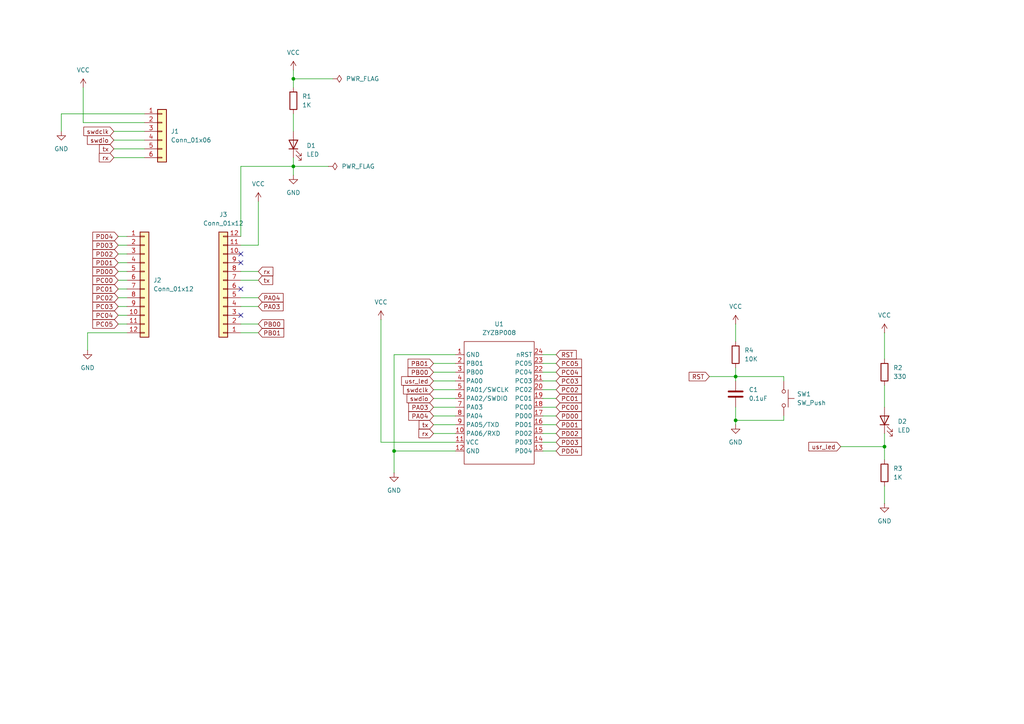
<source format=kicad_sch>
(kicad_sch (version 20231120) (generator "eeschema") (generator_version "8.0")
  (paper "A4")
  (lib_symbols
    (symbol "Connector_Generic:Conn_01x06" (pin_names (offset 1.016) hide)
      (property "Reference" "J" (at 0 7.62 0))
      (property "Value" "Conn_01x06" (at 0 -10.16 0))
      (symbol "Conn_01x06_1_1"
        (rectangle (start -1.27 -7.493) (end 0 -7.747) (stroke (width 0.1524)))
        (rectangle (start -1.27 -4.953) (end 0 -5.207) (stroke (width 0.1524)))
        (rectangle (start -1.27 -2.413) (end 0 -2.667) (stroke (width 0.1524)))
        (rectangle (start -1.27 0.127) (end 0 -0.127) (stroke (width 0.1524)))
        (rectangle (start -1.27 2.667) (end 0 2.413) (stroke (width 0.1524)))
        (rectangle (start -1.27 5.207) (end 0 4.953) (stroke (width 0.1524)))
        (rectangle (start -1.27 6.35) (end 1.27 -8.89) (stroke (width 0.254)) (fill (type background)))
        (pin passive line (at -5.08 5.08 0) (length 3.81) (name "Pin_1") (number "1"))
        (pin passive line (at -5.08 2.54 0) (length 3.81) (name "Pin_2") (number "2"))
        (pin passive line (at -5.08 0 0) (length 3.81) (name "Pin_3") (number "3"))
        (pin passive line (at -5.08 -2.54 0) (length 3.81) (name "Pin_4") (number "4"))
        (pin passive line (at -5.08 -5.08 0) (length 3.81) (name "Pin_5") (number "5"))
        (pin passive line (at -5.08 -7.62 0) (length 3.81) (name "Pin_6") (number "6"))
      )
    )
    (symbol "Connector_Generic:Conn_01x12" (pin_names (offset 1.016) hide)
      (property "Reference" "J" (at 0 15.24 0))
      (property "Value" "Conn_01x12" (at 0 -17.78 0))
      (symbol "Conn_01x12_1_1"
        (rectangle (start -1.27 -15.113) (end 0 -15.367) (stroke (width 0.1524)))
        (rectangle (start -1.27 -12.573) (end 0 -12.827) (stroke (width 0.1524)))
        (rectangle (start -1.27 -10.033) (end 0 -10.287) (stroke (width 0.1524)))
        (rectangle (start -1.27 -7.493) (end 0 -7.747) (stroke (width 0.1524)))
        (rectangle (start -1.27 -4.953) (end 0 -5.207) (stroke (width 0.1524)))
        (rectangle (start -1.27 -2.413) (end 0 -2.667) (stroke (width 0.1524)))
        (rectangle (start -1.27 0.127) (end 0 -0.127) (stroke (width 0.1524)))
        (rectangle (start -1.27 2.667) (end 0 2.413) (stroke (width 0.1524)))
        (rectangle (start -1.27 5.207) (end 0 4.953) (stroke (width 0.1524)))
        (rectangle (start -1.27 7.747) (end 0 7.493) (stroke (width 0.1524)))
        (rectangle (start -1.27 10.287) (end 0 10.033) (stroke (width 0.1524)))
        (rectangle (start -1.27 12.827) (end 0 12.573) (stroke (width 0.1524)))
        (rectangle (start -1.27 13.97) (end 1.27 -16.51) (stroke (width 0.254)) (fill (type background)))
        (pin passive line (at -5.08 12.7 0) (length 3.81) (name "Pin_1") (number "1"))
        (pin passive line (at -5.08 -10.16 0) (length 3.81) (name "Pin_10") (number "10"))
        (pin passive line (at -5.08 -12.7 0) (length 3.81) (name "Pin_11") (number "11"))
        (pin passive line (at -5.08 -15.24 0) (length 3.81) (name "Pin_12") (number "12"))
        (pin passive line (at -5.08 10.16 0) (length 3.81) (name "Pin_2") (number "2"))
        (pin passive line (at -5.08 7.62 0) (length 3.81) (name "Pin_3") (number "3"))
        (pin passive line (at -5.08 5.08 0) (length 3.81) (name "Pin_4") (number "4"))
        (pin passive line (at -5.08 2.54 0) (length 3.81) (name "Pin_5") (number "5"))
        (pin passive line (at -5.08 0 0) (length 3.81) (name "Pin_6") (number "6"))
        (pin passive line (at -5.08 -2.54 0) (length 3.81) (name "Pin_7") (number "7"))
        (pin passive line (at -5.08 -5.08 0) (length 3.81) (name "Pin_8") (number "8"))
        (pin passive line (at -5.08 -7.62 0) (length 3.81) (name "Pin_9") (number "9"))
      )
    )
    (symbol "Device:C" (pin_numbers hide) (pin_names (offset 0.254))
      (property "Reference" "C" (at 0.635 2.54 0))
      (property "Value" "C" (at 0.635 -2.54 0))
      (symbol "C_0_1"
        (polyline (pts (xy -2.032 -0.762) (xy 2.032 -0.762)) (stroke (width 0.508)))
        (polyline (pts (xy -2.032 0.762) (xy 2.032 0.762)) (stroke (width 0.508)))
      )
      (symbol "C_1_1"
        (pin passive line (at 0 3.81 270) (length 2.794) (name "~") (number "1"))
        (pin passive line (at 0 -3.81 90) (length 2.794) (name "~") (number "2"))
      )
    )
    (symbol "Device:LED" (pin_numbers hide) (pin_names (offset 1.016) hide)
      (property "Reference" "D" (at 0 2.54 0))
      (property "Value" "LED" (at 0 -2.54 0))
      (symbol "LED_0_1"
        (polyline (pts (xy -1.27 -1.27) (xy -1.27 1.27)) (stroke (width 0.254)))
        (polyline (pts (xy -1.27 0) (xy 1.27 0)))
        (polyline (pts (xy 1.27 -1.27) (xy 1.27 1.27) (xy -1.27 0) (xy 1.27 -1.27)) (stroke (width 0.254)))
        (polyline (pts (xy -3.048 -0.762) (xy -4.572 -2.286) (xy -3.81 -2.286) (xy -4.572 -2.286) (xy -4.572 -1.524)))
        (polyline (pts (xy -1.778 -0.762) (xy -3.302 -2.286) (xy -2.54 -2.286) (xy -3.302 -2.286) (xy -3.302 -1.524)))
      )
      (symbol "LED_1_1"
        (pin passive line (at -3.81 0 0) (length 2.54) (name "K") (number "1"))
        (pin passive line (at 3.81 0 180) (length 2.54) (name "A") (number "2"))
      )
    )
    (symbol "Device:R" (pin_numbers hide) (pin_names (offset 0))
      (property "Reference" "R" (at 2.032 0 90))
      (property "Value" "R" (at 0 0 90))
      (symbol "R_0_1"
        (rectangle (start -1.016 -2.54) (end 1.016 2.54) (stroke (width 0.254)))
      )
      (symbol "R_1_1"
        (pin passive line (at 0 3.81 270) (length 1.27) (name "~") (number "1"))
        (pin passive line (at 0 -3.81 90) (length 1.27) (name "~") (number "2"))
      )
    )
    (symbol "Switch:SW_Push" (pin_numbers hide) (pin_names (offset 1.016) hide)
      (property "Reference" "SW" (at 1.27 2.54 0))
      (property "Value" "SW_Push" (at 0 -1.524 0))
      (symbol "SW_Push_0_1"
        (circle (center -2.032 0) (radius 0.508))
        (polyline (pts (xy 0 1.27) (xy 0 3.048)))
        (polyline (pts (xy 2.54 1.27) (xy -2.54 1.27)))
        (circle (center 2.032 0) (radius 0.508))
        (pin passive line (at -5.08 0 0) (length 2.54) (name "1") (number "1"))
        (pin passive line (at 5.08 0 180) (length 2.54) (name "2") (number "2"))
      )
    )
    (symbol "local_library:ZYZBP008_module"
      (property "Reference" "U" (at 0 0 0))
      (property "Value" "ZYZBP008" (at 6.604 -22.352 0))
      (symbol "ZYZBP008_module_0_1"
        (rectangle (start -10.16 15.24) (end 10.16 -20.32))
      )
      (symbol "ZYZBP008_module_1_1"
        (pin power_in line (at -12.7 11.43 0) (length 2.54) (name "GND") (number "1"))
        (pin unspecified line (at -12.7 -11.43 0) (length 2.54) (name "PA06/RXD") (number "10"))
        (pin power_in line (at -12.7 -13.97 0) (length 2.54) (name "VCC") (number "11"))
        (pin power_in line (at -12.7 -16.51 0) (length 2.54) (name "GND") (number "12"))
        (pin unspecified line (at 12.7 -16.51 180) (length 2.54) (name "PD04") (number "13"))
        (pin unspecified line (at 12.7 -13.97 180) (length 2.54) (name "PD03") (number "14"))
        (pin unspecified line (at 12.7 -11.43 180) (length 2.54) (name "PD02") (number "15"))
        (pin unspecified line (at 12.7 -8.89 180) (length 2.54) (name "PD01") (number "16"))
        (pin unspecified line (at 12.7 -6.35 180) (length 2.54) (name "PD00") (number "17"))
        (pin unspecified line (at 12.7 -3.81 180) (length 2.54) (name "PC00") (number "18"))
        (pin unspecified line (at 12.7 -1.27 180) (length 2.54) (name "PC01") (number "19"))
        (pin unspecified line (at -12.7 8.89 0) (length 2.54) (name "PB01") (number "2"))
        (pin unspecified line (at 12.7 1.27 180) (length 2.54) (name "PC02") (number "20"))
        (pin unspecified line (at 12.7 3.81 180) (length 2.54) (name "PC03") (number "21"))
        (pin unspecified line (at 12.7 6.35 180) (length 2.54) (name "PC04") (number "22"))
        (pin unspecified line (at 12.7 8.89 180) (length 2.54) (name "PC05") (number "23"))
        (pin unspecified line (at 12.7 11.43 180) (length 2.54) (name "nRST") (number "24"))
        (pin unspecified line (at -12.7 6.35 0) (length 2.54) (name "PB00") (number "3"))
        (pin unspecified line (at -12.7 3.81 0) (length 2.54) (name "PA00") (number "4"))
        (pin unspecified line (at -12.7 1.27 0) (length 2.54) (name "PA01/SWCLK") (number "5"))
        (pin unspecified line (at -12.7 -1.27 0) (length 2.54) (name "PA02/SWDIO") (number "6"))
        (pin unspecified line (at -12.7 -3.81 0) (length 2.54) (name "PA03") (number "7"))
        (pin unspecified line (at -12.7 -6.35 0) (length 2.54) (name "PA04") (number "8"))
        (pin unspecified line (at -12.7 -8.89 0) (length 2.54) (name "PA05/TXD") (number "9"))
      )
    )
    (symbol "power:GND" (power) (pin_numbers hide) (pin_names (offset 0) hide)
      (property "Value" "GND" (at 0 -3.81 0))
      (symbol "GND_0_1"
        (polyline (pts (xy 0 0) (xy 0 -1.27) (xy 1.27 -1.27) (xy 0 -2.54) (xy -1.27 -1.27) (xy 0 -1.27)))
      )
      (symbol "GND_1_1"
        (pin power_in line (at 0 0 270) (length 0) (name "~") (number "1"))
      )
    )
    (symbol "power:PWR_FLAG" (power) (pin_numbers hide) (pin_names (offset 0) hide)
      (property "Value" "PWR_FLAG" (at 0 3.81 0))
      (symbol "PWR_FLAG_0_0"
        (pin power_out line (at 0 0 90) (length 0) (name "~") (number "1"))
      )
      (symbol "PWR_FLAG_0_1"
        (polyline (pts (xy 0 0) (xy 0 1.27) (xy -1.016 1.905) (xy 0 2.54) (xy 1.016 1.905) (xy 0 1.27)))
      )
    )
    (symbol "power:VCC" (power) (pin_numbers hide) (pin_names (offset 0) hide)
      (property "Value" "VCC" (at 0 3.556 0))
      (symbol "VCC_0_1"
        (polyline (pts (xy -0.762 1.27) (xy 0 2.54)))
        (polyline (pts (xy 0 0) (xy 0 2.54)))
        (polyline (pts (xy 0 2.54) (xy 0.762 1.27)))
      )
      (symbol "VCC_1_1"
        (pin power_in line (at 0 0 90) (length 0) (name "~") (number "1"))
      )
    )
  )
  (junction (at 114.3 130.81))
  (junction (at 256.54 129.54))
  (junction (at 213.36 109.22))
  (junction (at 213.36 121.92))
  (junction (at 85.09 48.26))
  (junction (at 85.09 22.86))
  (no_connect (at 69.85 83.82))
  (no_connect (at 69.85 91.44))
  (no_connect (at 69.85 73.66))
  (no_connect (at 69.85 76.2))
  (wire (pts (xy 33.02 43.18) (xy 41.91 43.18)))
  (wire (pts (xy 36.83 96.52) (xy 25.4 96.52)))
  (wire (pts (xy 157.48 105.41) (xy 161.29 105.41)))
  (wire (pts (xy 41.91 35.56) (xy 24.13 35.56)))
  (wire (pts (xy 256.54 125.73) (xy 256.54 129.54)))
  (wire (pts (xy 25.4 96.52) (xy 25.4 101.6)))
  (wire (pts (xy 24.13 35.56) (xy 24.13 25.4)))
  (wire (pts (xy 125.73 118.11) (xy 132.08 118.11)))
  (wire (pts (xy 41.91 33.02) (xy 17.78 33.02)))
  (wire (pts (xy 34.29 93.98) (xy 36.83 93.98)))
  (wire (pts (xy 213.36 106.68) (xy 213.36 109.22)))
  (wire (pts (xy 34.29 76.2) (xy 36.83 76.2)))
  (wire (pts (xy 69.85 71.12) (xy 74.93 71.12)))
  (wire (pts (xy 110.49 128.27) (xy 110.49 92.71)))
  (wire (pts (xy 157.48 123.19) (xy 161.29 123.19)))
  (wire (pts (xy 125.73 107.95) (xy 132.08 107.95)))
  (wire (pts (xy 85.09 20.32) (xy 85.09 22.86)))
  (wire (pts (xy 69.85 68.58) (xy 69.85 48.26)))
  (wire (pts (xy 125.73 115.57) (xy 132.08 115.57)))
  (wire (pts (xy 85.09 22.86) (xy 85.09 25.4)))
  (wire (pts (xy 157.48 115.57) (xy 161.29 115.57)))
  (wire (pts (xy 213.36 93.98) (xy 213.36 99.06)))
  (wire (pts (xy 125.73 125.73) (xy 132.08 125.73)))
  (wire (pts (xy 213.36 109.22) (xy 213.36 110.49)))
  (wire (pts (xy 33.02 38.1) (xy 41.91 38.1)))
  (wire (pts (xy 33.02 40.64) (xy 41.91 40.64)))
  (wire (pts (xy 69.85 81.28) (xy 74.93 81.28)))
  (wire (pts (xy 85.09 22.86) (xy 96.52 22.86)))
  (wire (pts (xy 69.85 78.74) (xy 74.93 78.74)))
  (wire (pts (xy 34.29 88.9) (xy 36.83 88.9)))
  (wire (pts (xy 85.09 48.26) (xy 85.09 50.8)))
  (wire (pts (xy 85.09 48.26) (xy 95.25 48.26)))
  (wire (pts (xy 34.29 91.44) (xy 36.83 91.44)))
  (wire (pts (xy 205.74 109.22) (xy 213.36 109.22)))
  (wire (pts (xy 157.48 128.27) (xy 161.29 128.27)))
  (wire (pts (xy 256.54 140.97) (xy 256.54 146.05)))
  (wire (pts (xy 85.09 45.72) (xy 85.09 48.26)))
  (wire (pts (xy 69.85 93.98) (xy 74.93 93.98)))
  (wire (pts (xy 69.85 86.36) (xy 74.93 86.36)))
  (wire (pts (xy 227.33 110.49) (xy 227.33 109.22)))
  (wire (pts (xy 125.73 105.41) (xy 132.08 105.41)))
  (wire (pts (xy 34.29 78.74) (xy 36.83 78.74)))
  (wire (pts (xy 114.3 102.87) (xy 132.08 102.87)))
  (wire (pts (xy 213.36 118.11) (xy 213.36 121.92)))
  (wire (pts (xy 34.29 86.36) (xy 36.83 86.36)))
  (wire (pts (xy 256.54 111.76) (xy 256.54 118.11)))
  (wire (pts (xy 33.02 45.72) (xy 41.91 45.72)))
  (wire (pts (xy 85.09 33.02) (xy 85.09 38.1)))
  (wire (pts (xy 157.48 113.03) (xy 161.29 113.03)))
  (wire (pts (xy 157.48 110.49) (xy 161.29 110.49)))
  (wire (pts (xy 34.29 81.28) (xy 36.83 81.28)))
  (wire (pts (xy 69.85 48.26) (xy 85.09 48.26)))
  (wire (pts (xy 157.48 102.87) (xy 161.29 102.87)))
  (wire (pts (xy 69.85 96.52) (xy 74.93 96.52)))
  (wire (pts (xy 256.54 96.52) (xy 256.54 104.14)))
  (wire (pts (xy 125.73 110.49) (xy 132.08 110.49)))
  (wire (pts (xy 227.33 120.65) (xy 227.33 121.92)))
  (wire (pts (xy 114.3 137.16) (xy 114.3 130.81)))
  (wire (pts (xy 125.73 120.65) (xy 132.08 120.65)))
  (wire (pts (xy 132.08 128.27) (xy 110.49 128.27)))
  (wire (pts (xy 157.48 120.65) (xy 161.29 120.65)))
  (wire (pts (xy 114.3 130.81) (xy 132.08 130.81)))
  (wire (pts (xy 74.93 71.12) (xy 74.93 58.42)))
  (wire (pts (xy 227.33 109.22) (xy 213.36 109.22)))
  (wire (pts (xy 256.54 129.54) (xy 256.54 133.35)))
  (wire (pts (xy 114.3 130.81) (xy 114.3 102.87)))
  (wire (pts (xy 157.48 130.81) (xy 161.29 130.81)))
  (wire (pts (xy 17.78 33.02) (xy 17.78 38.1)))
  (wire (pts (xy 34.29 68.58) (xy 36.83 68.58)))
  (wire (pts (xy 227.33 121.92) (xy 213.36 121.92)))
  (wire (pts (xy 125.73 123.19) (xy 132.08 123.19)))
  (wire (pts (xy 243.84 129.54) (xy 256.54 129.54)))
  (wire (pts (xy 213.36 121.92) (xy 213.36 123.19)))
  (wire (pts (xy 34.29 83.82) (xy 36.83 83.82)))
  (wire (pts (xy 34.29 73.66) (xy 36.83 73.66)))
  (wire (pts (xy 157.48 118.11) (xy 161.29 118.11)))
  (wire (pts (xy 125.73 113.03) (xy 132.08 113.03)))
  (wire (pts (xy 157.48 125.73) (xy 161.29 125.73)))
  (wire (pts (xy 34.29 71.12) (xy 36.83 71.12)))
  (wire (pts (xy 69.85 88.9) (xy 74.93 88.9)))
  (wire (pts (xy 157.48 107.95) (xy 161.29 107.95)))
  (global_label "PA03" (shape input) (at 125.73 118.11 180) (property "Intersheetrefs" "${INTERSHEET_REFS}" (effects (hide yes))))
  (global_label "PB01" (shape input) (at 125.73 105.41 180) (property "Intersheetrefs" "${INTERSHEET_REFS}" (effects (hide yes))))
  (global_label "usr_led" (shape input) (at 243.84 129.54 180) (property "Intersheetrefs" "${INTERSHEET_REFS}" (effects (hide yes))))
  (global_label "tx" (shape input) (at 33.02 43.18 180) (property "Intersheetrefs" "${INTERSHEET_REFS}" (effects (hide yes))))
  (global_label "PD01" (shape input) (at 34.29 76.2 180) (property "Intersheetrefs" "${INTERSHEET_REFS}" (effects (hide yes))))
  (global_label "rx" (shape input) (at 74.93 78.74 0) (property "Intersheetrefs" "${INTERSHEET_REFS}" (effects (hide yes))))
  (global_label "swdio" (shape input) (at 125.73 115.57 180) (property "Intersheetrefs" "${INTERSHEET_REFS}" (effects (hide yes))))
  (global_label "PD00" (shape input) (at 161.29 120.65 0) (property "Intersheetrefs" "${INTERSHEET_REFS}" (effects (hide yes))))
  (global_label "PD02" (shape input) (at 34.29 73.66 180) (property "Intersheetrefs" "${INTERSHEET_REFS}" (effects (hide yes))))
  (global_label "PC04" (shape input) (at 161.29 107.95 0) (property "Intersheetrefs" "${INTERSHEET_REFS}" (effects (hide yes))))
  (global_label "swdclk" (shape input) (at 33.02 38.1 180) (property "Intersheetrefs" "${INTERSHEET_REFS}" (effects (hide yes))))
  (global_label "PD03" (shape input) (at 161.29 128.27 0) (property "Intersheetrefs" "${INTERSHEET_REFS}" (effects (hide yes))))
  (global_label "PC02" (shape input) (at 34.29 86.36 180) (property "Intersheetrefs" "${INTERSHEET_REFS}" (effects (hide yes))))
  (global_label "PC02" (shape input) (at 161.29 113.03 0) (property "Intersheetrefs" "${INTERSHEET_REFS}" (effects (hide yes))))
  (global_label "PD04" (shape input) (at 161.29 130.81 0) (property "Intersheetrefs" "${INTERSHEET_REFS}" (effects (hide yes))))
  (global_label "PA04" (shape input) (at 74.93 86.36 0) (property "Intersheetrefs" "${INTERSHEET_REFS}" (effects (hide yes))))
  (global_label "PC03" (shape input) (at 34.29 88.9 180) (property "Intersheetrefs" "${INTERSHEET_REFS}" (effects (hide yes))))
  (global_label "PB00" (shape input) (at 74.93 93.98 0) (property "Intersheetrefs" "${INTERSHEET_REFS}" (effects (hide yes))))
  (global_label "PC00" (shape input) (at 34.29 81.28 180) (property "Intersheetrefs" "${INTERSHEET_REFS}" (effects (hide yes))))
  (global_label "swdclk" (shape input) (at 125.73 113.03 180) (property "Intersheetrefs" "${INTERSHEET_REFS}" (effects (hide yes))))
  (global_label "PD01" (shape input) (at 161.29 123.19 0) (property "Intersheetrefs" "${INTERSHEET_REFS}" (effects (hide yes))))
  (global_label "rx" (shape input) (at 33.02 45.72 180) (property "Intersheetrefs" "${INTERSHEET_REFS}" (effects (hide yes))))
  (global_label "rx" (shape input) (at 125.73 125.73 180) (property "Intersheetrefs" "${INTERSHEET_REFS}" (effects (hide yes))))
  (global_label "swdio" (shape input) (at 33.02 40.64 180) (property "Intersheetrefs" "${INTERSHEET_REFS}" (effects (hide yes))))
  (global_label "RST" (shape input) (at 205.74 109.22 180) (property "Intersheetrefs" "${INTERSHEET_REFS}" (effects (hide yes))))
  (global_label "usr_led" (shape input) (at 125.73 110.49 180) (property "Intersheetrefs" "${INTERSHEET_REFS}" (effects (hide yes))))
  (global_label "PD02" (shape input) (at 161.29 125.73 0) (property "Intersheetrefs" "${INTERSHEET_REFS}" (effects (hide yes))))
  (global_label "PC00" (shape input) (at 161.29 118.11 0) (property "Intersheetrefs" "${INTERSHEET_REFS}" (effects (hide yes))))
  (global_label "PA03" (shape input) (at 74.93 88.9 0) (property "Intersheetrefs" "${INTERSHEET_REFS}" (effects (hide yes))))
  (global_label "PC01" (shape input) (at 161.29 115.57 0) (property "Intersheetrefs" "${INTERSHEET_REFS}" (effects (hide yes))))
  (global_label "tx" (shape input) (at 125.73 123.19 180) (property "Intersheetrefs" "${INTERSHEET_REFS}" (effects (hide yes))))
  (global_label "PC03" (shape input) (at 161.29 110.49 0) (property "Intersheetrefs" "${INTERSHEET_REFS}" (effects (hide yes))))
  (global_label "PC04" (shape input) (at 34.29 91.44 180) (property "Intersheetrefs" "${INTERSHEET_REFS}" (effects (hide yes))))
  (global_label "PC05" (shape input) (at 34.29 93.98 180) (property "Intersheetrefs" "${INTERSHEET_REFS}" (effects (hide yes))))
  (global_label "RST" (shape input) (at 161.29 102.87 0) (property "Intersheetrefs" "${INTERSHEET_REFS}" (effects (hide yes))))
  (global_label "tx" (shape input) (at 74.93 81.28 0) (property "Intersheetrefs" "${INTERSHEET_REFS}" (effects (hide yes))))
  (global_label "PB01" (shape input) (at 74.93 96.52 0) (property "Intersheetrefs" "${INTERSHEET_REFS}" (effects (hide yes))))
  (global_label "PD03" (shape input) (at 34.29 71.12 180) (property "Intersheetrefs" "${INTERSHEET_REFS}" (effects (hide yes))))
  (global_label "PA04" (shape input) (at 125.73 120.65 180) (property "Intersheetrefs" "${INTERSHEET_REFS}" (effects (hide yes))))
  (global_label "PD04" (shape input) (at 34.29 68.58 180) (property "Intersheetrefs" "${INTERSHEET_REFS}" (effects (hide yes))))
  (global_label "PC05" (shape input) (at 161.29 105.41 0) (property "Intersheetrefs" "${INTERSHEET_REFS}" (effects (hide yes))))
  (global_label "PD00" (shape input) (at 34.29 78.74 180) (property "Intersheetrefs" "${INTERSHEET_REFS}" (effects (hide yes))))
  (global_label "PB00" (shape input) (at 125.73 107.95 180) (property "Intersheetrefs" "${INTERSHEET_REFS}" (effects (hide yes))))
  (global_label "PC01" (shape input) (at 34.29 83.82 180) (property "Intersheetrefs" "${INTERSHEET_REFS}" (effects (hide yes))))
  (symbol (lib_id "Connector_Generic:Conn_01x12") (at 41.91 81.28 0) (unit 1)
    (property "Reference" "J2" (at 44.45 81.2799 0) (effects (justify left)))
    (property "Value" "Conn_01x12" (at 44.45 83.8199 0) (effects (justify left)))
    (property "Footprint" "Connector_PinHeader_2.54mm:PinHeader_1x12_P2.54mm_Vertical" (effects (hide yes)))
    (property "Description" "Generic connector, single row, 01x12, script generated (kicad-library-utils/schlib/autogen/connector/)" (effects (hide yes)))
  )
  (symbol (lib_id "power:VCC") (at 24.13 25.4 0) (unit 1)
    (property "Reference" "#PWR02" (effects (hide yes)))
    (property "Value" "VCC" (at 24.13 20.32 0))
    (property "Description" "Power symbol creates a global label with name \"VCC\"" (effects (hide yes)))
  )
  (symbol (lib_id "power:GND") (at 25.4 101.6 0) (unit 1)
    (property "Reference" "#PWR05" (effects (hide yes)))
    (property "Value" "GND" (at 25.4 106.68 0))
    (property "Description" "Power symbol creates a global label with name \"GND\" , ground" (effects (hide yes)))
  )
  (symbol (lib_id "Device:R") (at 85.09 29.21 0) (unit 1)
    (property "Reference" "R1" (at 87.63 27.9399 0) (effects (justify left)))
    (property "Value" "1K" (at 87.63 30.4799 0) (effects (justify left)))
    (property "Footprint" "Resistor_SMD:R_0603_1608Metric_Pad0.98x0.95mm_HandSolder" (effects (hide yes)))
    (property "Description" "Resistor" (effects (hide yes)))
  )
  (symbol (lib_id "Connector_Generic:Conn_01x06") (at 46.99 38.1 0) (unit 1)
    (property "Reference" "J1" (at 49.53 38.0999 0) (effects (justify left)))
    (property "Value" "Conn_01x06" (at 49.53 40.6399 0) (effects (justify left)))
    (property "Footprint" "Connector_PinHeader_2.54mm:PinHeader_1x06_P2.54mm_Horizontal" (effects (hide yes)))
    (property "Description" "Generic connector, single row, 01x06, script generated (kicad-library-utils/schlib/autogen/connector/)" (effects (hide yes)))
  )
  (symbol (lib_id "power:GND") (at 213.36 123.19 0) (unit 1)
    (property "Reference" "#PWR09" (effects (hide yes)))
    (property "Value" "GND" (at 213.36 128.27 0))
    (property "Description" "Power symbol creates a global label with name \"GND\" , ground" (effects (hide yes)))
  )
  (symbol (lib_id "power:PWR_FLAG") (at 95.25 48.26 270) (unit 1)
    (property "Reference" "#FLG01" (effects (hide yes)))
    (property "Value" "PWR_FLAG" (at 99.06 48.2599 90) (effects (justify left)))
    (property "Description" "Special symbol for telling ERC where power comes from" (effects (hide yes)))
  )
  (symbol (lib_id "power:GND") (at 114.3 137.16 0) (unit 1)
    (property "Reference" "#PWR012" (effects (hide yes)))
    (property "Value" "GND" (at 114.3 142.24 0))
    (property "Description" "Power symbol creates a global label with name \"GND\" , ground" (effects (hide yes)))
  )
  (symbol (lib_id "Device:LED") (at 85.09 41.91 90) (unit 1)
    (property "Reference" "D1" (at 88.9 42.2274 90) (effects (justify right)))
    (property "Value" "LED" (at 88.9 44.7674 90) (effects (justify right)))
    (property "Footprint" "LED_SMD:LED_0603_1608Metric_Pad1.05x0.95mm_HandSolder" (effects (hide yes)))
    (property "Description" "Light emitting diode" (effects (hide yes)))
  )
  (symbol (lib_id "Device:R") (at 256.54 137.16 0) (unit 1)
    (property "Reference" "R3" (at 259.08 135.8899 0) (effects (justify left)))
    (property "Value" "1K" (at 259.08 138.4299 0) (effects (justify left)))
    (property "Footprint" "Resistor_SMD:R_0603_1608Metric_Pad0.98x0.95mm_HandSolder" (effects (hide yes)))
    (property "Description" "Resistor" (effects (hide yes)))
  )
  (symbol (lib_id "Device:R") (at 256.54 107.95 0) (unit 1)
    (property "Reference" "R2" (at 259.08 106.6799 0) (effects (justify left)))
    (property "Value" "330" (at 259.08 109.2199 0) (effects (justify left)))
    (property "Footprint" "Resistor_SMD:R_0603_1608Metric_Pad0.98x0.95mm_HandSolder" (effects (hide yes)))
    (property "Description" "Resistor" (effects (hide yes)))
  )
  (symbol (lib_id "Device:LED") (at 256.54 121.92 90) (unit 1)
    (property "Reference" "D2" (at 260.35 122.2374 90) (effects (justify right)))
    (property "Value" "LED" (at 260.35 124.7774 90) (effects (justify right)))
    (property "Footprint" "LED_SMD:LED_0603_1608Metric_Pad1.05x0.95mm_HandSolder" (effects (hide yes)))
    (property "Description" "Light emitting diode" (effects (hide yes)))
  )
  (symbol (lib_id "power:VCC") (at 85.09 20.32 0) (unit 1)
    (property "Reference" "#PWR03" (effects (hide yes)))
    (property "Value" "VCC" (at 85.09 15.24 0))
    (property "Description" "Power symbol creates a global label with name \"VCC\"" (effects (hide yes)))
  )
  (symbol (lib_id "Switch:SW_Push") (at 227.33 115.57 270) (unit 1)
    (property "Reference" "SW1" (at 231.14 114.2999 90) (effects (justify left)))
    (property "Value" "SW_Push" (at 231.14 116.8399 90) (effects (justify left)))
    (property "Footprint" "Button_Switch_SMD:SW_SPST_SKQG_WithoutStem" (effects (hide yes)))
    (property "Description" "Push button switch, generic, two pins" (effects (hide yes)))
  )
  (symbol (lib_id "power:GND") (at 256.54 146.05 0) (unit 1)
    (property "Reference" "#PWR08" (effects (hide yes)))
    (property "Value" "GND" (at 256.54 151.13 0))
    (property "Description" "Power symbol creates a global label with name \"GND\" , ground" (effects (hide yes)))
  )
  (symbol (lib_id "power:VCC") (at 110.49 92.71 0) (unit 1)
    (property "Reference" "#PWR011" (effects (hide yes)))
    (property "Value" "VCC" (at 110.49 87.63 0))
    (property "Description" "Power symbol creates a global label with name \"VCC\"" (effects (hide yes)))
  )
  (symbol (lib_id "local_library:ZYZBP008_module") (at 144.78 114.3 0) (unit 1)
    (property "Reference" "U1" (at 144.78 93.98 0))
    (property "Value" "ZYZBP008" (at 144.78 96.52 0))
    (property "Footprint" "local_Library:ZYZBP008_module" (effects (hide yes)))
  )
  (symbol (lib_id "power:GND") (at 17.78 38.1 0) (unit 1)
    (property "Reference" "#PWR01" (effects (hide yes)))
    (property "Value" "GND" (at 17.78 43.18 0))
    (property "Description" "Power symbol creates a global label with name \"GND\" , ground" (effects (hide yes)))
  )
  (symbol (lib_id "power:VCC") (at 256.54 96.52 0) (unit 1)
    (property "Reference" "#PWR07" (effects (hide yes)))
    (property "Value" "VCC" (at 256.54 91.44 0))
    (property "Description" "Power symbol creates a global label with name \"VCC\"" (effects (hide yes)))
  )
  (symbol (lib_id "power:PWR_FLAG") (at 96.52 22.86 270) (unit 1)
    (property "Reference" "#FLG02" (effects (hide yes)))
    (property "Value" "PWR_FLAG" (at 100.33 22.8599 90) (effects (justify left)))
    (property "Description" "Special symbol for telling ERC where power comes from" (effects (hide yes)))
  )
  (symbol (lib_id "power:VCC") (at 213.36 93.98 0) (unit 1)
    (property "Reference" "#PWR010" (effects (hide yes)))
    (property "Value" "VCC" (at 213.36 88.9 0))
    (property "Description" "Power symbol creates a global label with name \"VCC\"" (effects (hide yes)))
  )
  (symbol (lib_id "power:VCC") (at 74.93 58.42 0) (unit 1)
    (property "Reference" "#PWR06" (effects (hide yes)))
    (property "Value" "VCC" (at 74.93 53.34 0))
    (property "Description" "Power symbol creates a global label with name \"VCC\"" (effects (hide yes)))
  )
  (symbol (lib_id "Connector_Generic:Conn_01x12") (at 64.77 83.82 180) (unit 1)
    (property "Reference" "J3" (at 64.77 62.23 0))
    (property "Value" "Conn_01x12" (at 64.77 64.77 0))
    (property "Footprint" "Connector_PinHeader_2.54mm:PinHeader_1x12_P2.54mm_Vertical" (effects (hide yes)))
    (property "Description" "Generic connector, single row, 01x12, script generated (kicad-library-utils/schlib/autogen/connector/)" (effects (hide yes)))
  )
  (symbol (lib_id "power:GND") (at 85.09 50.8 0) (unit 1)
    (property "Reference" "#PWR04" (effects (hide yes)))
    (property "Value" "GND" (at 85.09 55.88 0))
    (property "Description" "Power symbol creates a global label with name \"GND\" , ground" (effects (hide yes)))
  )
  (symbol (lib_id "Device:R") (at 213.36 102.87 0) (unit 1)
    (property "Reference" "R4" (at 215.9 101.5999 0) (effects (justify left)))
    (property "Value" "10K" (at 215.9 104.1399 0) (effects (justify left)))
    (property "Footprint" "Resistor_SMD:R_0603_1608Metric_Pad0.98x0.95mm_HandSolder" (effects (hide yes)))
    (property "Description" "Resistor" (effects (hide yes)))
  )
  (symbol (lib_id "Device:C") (at 213.36 114.3 0) (unit 1)
    (property "Reference" "C1" (at 217.17 113.0299 0) (effects (justify left)))
    (property "Value" "0.1uF" (at 217.17 115.5699 0) (effects (justify left)))
    (property "Footprint" "Capacitor_SMD:C_0603_1608Metric_Pad1.08x0.95mm_HandSolder" (effects (hide yes)))
    (property "Description" "Unpolarized capacitor" (effects (hide yes)))
  )
)
</source>
